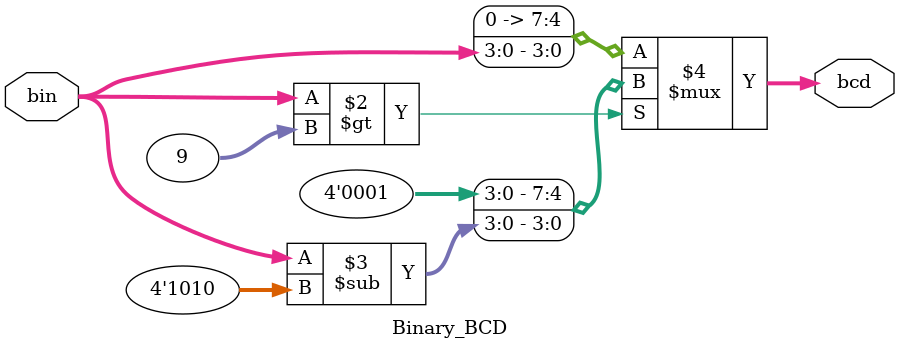
<source format=v>
`timescale 1ns / 1ps
module Binary_BCD(
    input [3:0] bin,
    output reg [7:0] bcd
);
always @(*) 
bcd = (bin > 9) ? {4'd1, bin - 4'd10} : {4'd0, bin};
endmodule

</source>
